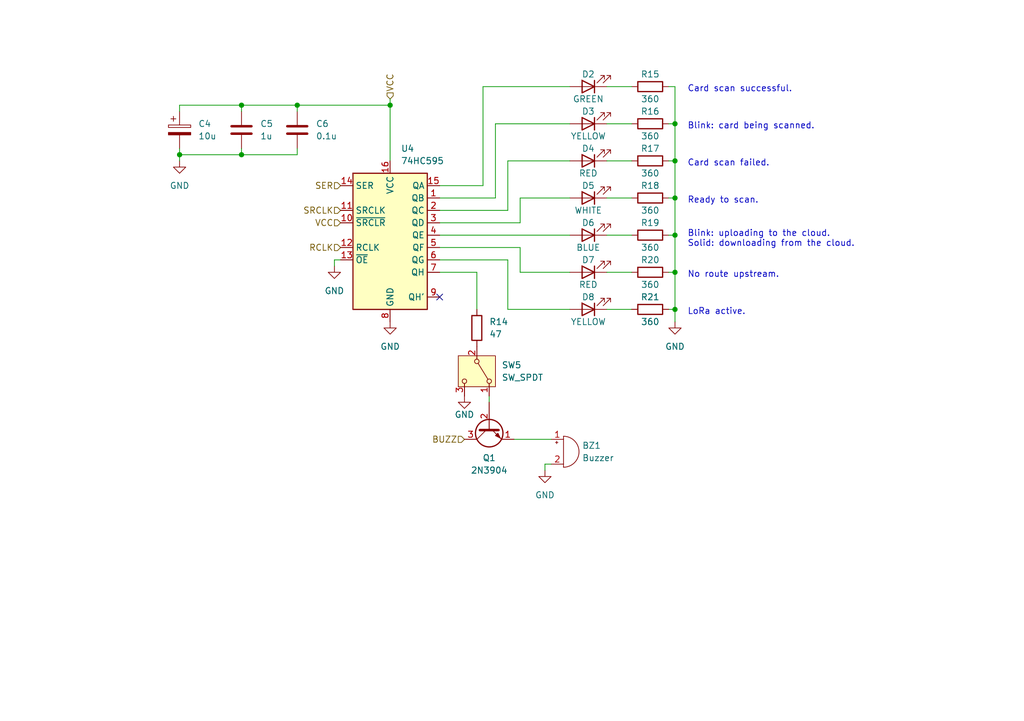
<source format=kicad_sch>
(kicad_sch (version 20230121) (generator eeschema)
  (paper "A5")
  (title_block (title "Status Block") (date "2024-02-15") (rev "1") (company "shawnd.xyz") (comment 2 "the shift register.") (comment 3 "buzzer has both a hardware killswitch as well as a software disable in the form of QH of") (comment 4 "The status block is responsible for controlling the status LEDs and buzzer. Note that the"))
  (lib_symbols
    (symbol "74xx:74HC595"
      (property "Reference" "U" (at -7.62 13.97 0))
      (property "Value" "74HC595" (at -7.62 -16.51 0))
      (symbol "74HC595_1_0"
        (pin tri_state line (at 10.16 7.62 180) (length 2.54) (name "QB") (number "1"))
        (pin input line (at -10.16 2.54 0) (length 2.54) (name "~{SRCLR}") (number "10"))
        (pin input line (at -10.16 5.08 0) (length 2.54) (name "SRCLK") (number "11"))
        (pin input line (at -10.16 -2.54 0) (length 2.54) (name "RCLK") (number "12"))
        (pin input line (at -10.16 -5.08 0) (length 2.54) (name "~{OE}") (number "13"))
        (pin input line (at -10.16 10.16 0) (length 2.54) (name "SER") (number "14"))
        (pin tri_state line (at 10.16 10.16 180) (length 2.54) (name "QA") (number "15"))
        (pin power_in line (at 0 15.24 270) (length 2.54) (name "VCC") (number "16"))
        (pin tri_state line (at 10.16 5.08 180) (length 2.54) (name "QC") (number "2"))
        (pin tri_state line (at 10.16 2.54 180) (length 2.54) (name "QD") (number "3"))
        (pin tri_state line (at 10.16 0 180) (length 2.54) (name "QE") (number "4"))
        (pin tri_state line (at 10.16 -2.54 180) (length 2.54) (name "QF") (number "5"))
        (pin tri_state line (at 10.16 -5.08 180) (length 2.54) (name "QG") (number "6"))
        (pin tri_state line (at 10.16 -7.62 180) (length 2.54) (name "QH") (number "7"))
        (pin power_in line (at 0 -17.78 90) (length 2.54) (name "GND") (number "8"))
        (pin output line (at 10.16 -12.7 180) (length 2.54) (name "QH'") (number "9"))
      )
      (symbol "74HC595_1_1"
        (rectangle (start -7.62 12.7) (end 7.62 -15.24) (stroke (width 0.254)) (fill (type background)))
      )
    )
    (symbol "Device:Buzzer" (pin_names (offset 0.0254) hide)
      (property "Reference" "BZ" (at 3.81 1.27 0))
      (property "Value" "Buzzer" (at 3.81 -1.27 0))
      (symbol "Buzzer_0_1"
        (arc (start 0 -3.175) (mid 3.1612 0) (end 0 3.175))
        (polyline (pts (xy -1.651 1.905) (xy -1.143 1.905)))
        (polyline (pts (xy -1.397 2.159) (xy -1.397 1.651)))
        (polyline (pts (xy 0 3.175) (xy 0 -3.175)))
      )
      (symbol "Buzzer_1_1"
        (pin passive line (at -2.54 2.54 0) (length 2.54) (name "+") (number "1"))
        (pin passive line (at -2.54 -2.54 0) (length 2.54) (name "-") (number "2"))
      )
    )
    (symbol "Device:C" (pin_numbers hide) (pin_names (offset 0.254))
      (property "Reference" "C" (at 0.635 2.54 0))
      (property "Value" "C" (at 0.635 -2.54 0))
      (symbol "C_0_1"
        (polyline (pts (xy -2.032 -0.762) (xy 2.032 -0.762)) (stroke (width 0.508)))
        (polyline (pts (xy -2.032 0.762) (xy 2.032 0.762)) (stroke (width 0.508)))
      )
      (symbol "C_1_1"
        (pin passive line (at 0 3.81 270) (length 2.794) (name "~") (number "1"))
        (pin passive line (at 0 -3.81 90) (length 2.794) (name "~") (number "2"))
      )
    )
    (symbol "Device:C_Polarized" (pin_numbers hide) (pin_names (offset 0.254))
      (property "Reference" "C" (at 0.635 2.54 0))
      (property "Value" "C_Polarized" (at 0.635 -2.54 0))
      (symbol "C_Polarized_0_1"
        (rectangle (start -2.286 0.508) (end 2.286 1.016))
        (polyline (pts (xy -1.778 2.286) (xy -0.762 2.286)))
        (polyline (pts (xy -1.27 2.794) (xy -1.27 1.778)))
        (rectangle (start 2.286 -0.508) (end -2.286 -1.016) (fill (type outline)))
      )
      (symbol "C_Polarized_1_1"
        (pin passive line (at 0 3.81 270) (length 2.794) (name "~") (number "1"))
        (pin passive line (at 0 -3.81 90) (length 2.794) (name "~") (number "2"))
      )
    )
    (symbol "Device:LED" (pin_numbers hide) (pin_names (offset 1.016) hide)
      (property "Reference" "D" (at 0 2.54 0))
      (property "Value" "LED" (at 0 -2.54 0))
      (symbol "LED_0_1"
        (polyline (pts (xy -1.27 -1.27) (xy -1.27 1.27)) (stroke (width 0.254)))
        (polyline (pts (xy -1.27 0) (xy 1.27 0)))
        (polyline (pts (xy 1.27 -1.27) (xy 1.27 1.27) (xy -1.27 0) (xy 1.27 -1.27)) (stroke (width 0.254)))
        (polyline (pts (xy -3.048 -0.762) (xy -4.572 -2.286) (xy -3.81 -2.286) (xy -4.572 -2.286) (xy -4.572 -1.524)))
        (polyline (pts (xy -1.778 -0.762) (xy -3.302 -2.286) (xy -2.54 -2.286) (xy -3.302 -2.286) (xy -3.302 -1.524)))
      )
      (symbol "LED_1_1"
        (pin passive line (at -3.81 0 0) (length 2.54) (name "K") (number "1"))
        (pin passive line (at 3.81 0 180) (length 2.54) (name "A") (number "2"))
      )
    )
    (symbol "Device:R" (pin_numbers hide) (pin_names (offset 0))
      (property "Reference" "R" (at 2.032 0 90))
      (property "Value" "R" (at 0 0 90))
      (symbol "R_0_1"
        (rectangle (start -1.016 -2.54) (end 1.016 2.54) (stroke (width 0.254)))
      )
      (symbol "R_1_1"
        (pin passive line (at 0 3.81 270) (length 1.27) (name "~") (number "1"))
        (pin passive line (at 0 -3.81 90) (length 1.27) (name "~") (number "2"))
      )
    )
    (symbol "Switch:SW_SPDT" (pin_names (offset 0) hide)
      (property "Reference" "SW" (at 0 5.08 0))
      (property "Value" "SW_SPDT" (at 0 -5.08 0))
      (symbol "SW_SPDT_0_1"
        (circle (center -2.032 0) (radius 0.4572))
        (polyline (pts (xy -1.651 0.254) (xy 1.651 2.286)))
        (circle (center 2.032 -2.54) (radius 0.4572))
        (circle (center 2.032 2.54) (radius 0.4572))
      )
      (symbol "SW_SPDT_1_1"
        (rectangle (start -3.175 3.81) (end 3.175 -3.81) (fill (type background)))
        (pin passive line (at 5.08 2.54 180) (length 2.54) (name "A") (number "1"))
        (pin passive line (at -5.08 0 0) (length 2.54) (name "B") (number "2"))
        (pin passive line (at 5.08 -2.54 180) (length 2.54) (name "C") (number "3"))
      )
    )
    (symbol "Transistor_BJT:2N3904" (pin_names (offset 0) hide)
      (property "Reference" "Q" (at 5.08 1.905 0))
      (property "Value" "2N3904" (at 5.08 0 0))
      (symbol "2N3904_0_1"
        (polyline (pts (xy 0.635 0.635) (xy 2.54 2.54)))
        (polyline (pts (xy 0.635 -0.635) (xy 2.54 -2.54) (xy 2.54 -2.54)))
        (polyline (pts (xy 0.635 1.905) (xy 0.635 -1.905) (xy 0.635 -1.905)) (stroke (width 0.508)))
        (polyline (pts (xy 1.27 -1.778) (xy 1.778 -1.27) (xy 2.286 -2.286) (xy 1.27 -1.778) (xy 1.27 -1.778)) (fill (type outline)))
        (circle (center 1.27 0) (radius 2.8194) (stroke (width 0.254)))
      )
      (symbol "2N3904_1_1"
        (pin passive line (at 2.54 -5.08 90) (length 2.54) (name "E") (number "1"))
        (pin passive line (at -5.08 0 0) (length 5.715) (name "B") (number "2"))
        (pin passive line (at 2.54 5.08 270) (length 2.54) (name "C") (number "3"))
      )
    )
    (symbol "power:GND" (power) (pin_names (offset 0))
      (property "Value" "GND" (at 0 -3.81 0))
      (symbol "GND_0_1"
        (polyline (pts (xy 0 0) (xy 0 -1.27) (xy 1.27 -1.27) (xy 0 -2.54) (xy -1.27 -1.27) (xy 0 -1.27)))
      )
      (symbol "GND_1_1"
        (pin power_in line (at 0 0 270) (length 0) hide (name "GND") (number "1"))
      )
    )
  )
  (junction (at 49.53 31.75))
  (junction (at 138.43 63.5))
  (junction (at 138.43 55.88))
  (junction (at 36.83 31.75))
  (junction (at 138.43 48.26))
  (junction (at 80.01 21.59))
  (junction (at 49.53 21.59))
  (junction (at 138.43 40.64))
  (junction (at 138.43 25.4))
  (junction (at 60.96 21.59))
  (junction (at 138.43 33.02))
  (no_connect (at 90.17 60.96))
  (wire (pts (xy 80.01 21.59) (xy 60.96 21.59)))
  (wire (pts (xy 116.84 63.5) (xy 104.14 63.5)))
  (wire (pts (xy 36.83 33.02) (xy 36.83 31.75)))
  (wire (pts (xy 124.46 63.5) (xy 129.54 63.5)))
  (wire (pts (xy 124.46 40.64) (xy 129.54 40.64)))
  (wire (pts (xy 138.43 33.02) (xy 138.43 40.64)))
  (wire (pts (xy 90.17 38.1) (xy 99.06 38.1)))
  (wire (pts (xy 138.43 55.88) (xy 138.43 63.5)))
  (wire (pts (xy 104.14 53.34) (xy 90.17 53.34)))
  (wire (pts (xy 138.43 25.4) (xy 138.43 33.02)))
  (wire (pts (xy 137.16 55.88) (xy 138.43 55.88)))
  (wire (pts (xy 90.17 48.26) (xy 116.84 48.26)))
  (wire (pts (xy 113.03 90.17) (xy 105.41 90.17)))
  (wire (pts (xy 138.43 63.5) (xy 138.43 66.04)))
  (wire (pts (xy 137.16 63.5) (xy 138.43 63.5)))
  (wire (pts (xy 60.96 31.75) (xy 60.96 30.48)))
  (wire (pts (xy 100.33 81.28) (xy 100.33 82.55)))
  (wire (pts (xy 137.16 33.02) (xy 138.43 33.02)))
  (wire (pts (xy 49.53 21.59) (xy 49.53 22.86)))
  (wire (pts (xy 60.96 21.59) (xy 49.53 21.59)))
  (wire (pts (xy 138.43 48.26) (xy 138.43 55.88)))
  (wire (pts (xy 111.76 95.25) (xy 111.76 96.52)))
  (wire (pts (xy 90.17 40.64) (xy 101.6 40.64)))
  (wire (pts (xy 116.84 55.88) (xy 106.68 55.88)))
  (wire (pts (xy 99.06 38.1) (xy 99.06 17.78)))
  (wire (pts (xy 80.01 20.32) (xy 80.01 21.59)))
  (wire (pts (xy 104.14 33.02) (xy 104.14 43.18)))
  (wire (pts (xy 60.96 21.59) (xy 60.96 22.86)))
  (wire (pts (xy 137.16 25.4) (xy 138.43 25.4)))
  (wire (pts (xy 80.01 21.59) (xy 80.01 33.02)))
  (wire (pts (xy 97.79 55.88) (xy 90.17 55.88)))
  (wire (pts (xy 36.83 30.48) (xy 36.83 31.75)))
  (wire (pts (xy 106.68 45.72) (xy 90.17 45.72)))
  (wire (pts (xy 106.68 40.64) (xy 106.68 45.72)))
  (wire (pts (xy 101.6 40.64) (xy 101.6 25.4)))
  (wire (pts (xy 104.14 63.5) (xy 104.14 53.34)))
  (wire (pts (xy 68.58 54.61) (xy 68.58 53.34)))
  (wire (pts (xy 49.53 31.75) (xy 60.96 31.75)))
  (wire (pts (xy 36.83 31.75) (xy 49.53 31.75)))
  (wire (pts (xy 106.68 50.8) (xy 90.17 50.8)))
  (wire (pts (xy 124.46 33.02) (xy 129.54 33.02)))
  (wire (pts (xy 106.68 40.64) (xy 116.84 40.64)))
  (wire (pts (xy 113.03 95.25) (xy 111.76 95.25)))
  (wire (pts (xy 137.16 40.64) (xy 138.43 40.64)))
  (wire (pts (xy 68.58 53.34) (xy 69.85 53.34)))
  (wire (pts (xy 124.46 48.26) (xy 129.54 48.26)))
  (wire (pts (xy 49.53 31.75) (xy 49.53 30.48)))
  (wire (pts (xy 124.46 55.88) (xy 129.54 55.88)))
  (wire (pts (xy 106.68 55.88) (xy 106.68 50.8)))
  (wire (pts (xy 36.83 21.59) (xy 49.53 21.59)))
  (wire (pts (xy 36.83 22.86) (xy 36.83 21.59)))
  (wire (pts (xy 124.46 17.78) (xy 129.54 17.78)))
  (wire (pts (xy 97.79 55.88) (xy 97.79 63.5)))
  (wire (pts (xy 138.43 17.78) (xy 138.43 25.4)))
  (wire (pts (xy 124.46 25.4) (xy 129.54 25.4)))
  (wire (pts (xy 104.14 33.02) (xy 116.84 33.02)))
  (wire (pts (xy 138.43 40.64) (xy 138.43 48.26)))
  (wire (pts (xy 101.6 25.4) (xy 116.84 25.4)))
  (wire (pts (xy 104.14 43.18) (xy 90.17 43.18)))
  (wire (pts (xy 99.06 17.78) (xy 116.84 17.78)))
  (wire (pts (xy 137.16 48.26) (xy 138.43 48.26)))
  (wire (pts (xy 137.16 17.78) (xy 138.43 17.78)))
  (text "LoRa active." (at 140.97 64.77 0) (effects (font (size 1.27 1.27)) (justify left bottom)))
  (text "Blink: card being scanned." (at 140.97 26.67 0) (effects (font (size 1.27 1.27)) (justify left bottom)))
  (text "No route upstream." (at 140.97 57.15 0) (effects (font (size 1.27 1.27)) (justify left bottom)))
  (text "Card scan successful." (at 140.97 19.05 0) (effects (font (size 1.27 1.27)) (justify left bottom)))
  (text "Blink: uploading to the cloud.\nSolid: downloading from the cloud." (at 140.97 50.8 0) (effects (font (size 1.27 1.27)) (justify left bottom)))
  (text "Card scan failed." (at 140.97 34.29 0) (effects (font (size 1.27 1.27)) (justify left bottom)))
  (text "Ready to scan." (at 140.97 41.91 0) (effects (font (size 1.27 1.27)) (justify left bottom)))
  (hierarchical_label "VCC" (shape input) (at 80.01 20.32 90))
  (hierarchical_label "BUZZ" (shape input) (at 95.25 90.17 180))
  (hierarchical_label "VCC" (shape input) (at 69.85 45.72 180))
  (hierarchical_label "RCLK" (shape input) (at 69.85 50.8 180))
  (hierarchical_label "SER" (shape input) (at 69.85 38.1 180))
  (hierarchical_label "SRCLK" (shape input) (at 69.85 43.18 180))
  (symbol (lib_id "Device:R") (at 133.35 25.4 90) (unit 1)
    (property "Reference" "R16" (at 133.35 22.86 90))
    (property "Value" "360" (at 133.35 27.94 90))
  )
  (symbol (lib_id "Device:LED") (at 120.65 63.5 180) (unit 1)
    (property "Reference" "D8" (at 120.65 60.96 0))
    (property "Value" "YELLOW" (at 120.65 66.04 0))
  )
  (symbol (lib_id "power:GND") (at 111.76 96.52 0) (unit 1)
    (property "Reference" "#PWR015" (effects hide))
    (property "Value" "GND" (at 111.76 101.6 0))
  )
  (symbol (lib_id "power:GND") (at 36.83 33.02 0) (unit 1)
    (property "Reference" "#PWR010" (effects hide))
    (property "Value" "GND" (at 36.83 38.1 0))
  )
  (symbol (lib_id "Device:LED") (at 120.65 48.26 180) (unit 1)
    (property "Reference" "D6" (at 120.65 45.72 0))
    (property "Value" "BLUE" (at 120.65 50.8 0))
  )
  (symbol (lib_id "Device:R") (at 133.35 17.78 90) (unit 1)
    (property "Reference" "R15" (at 133.35 15.24 90))
    (property "Value" "360" (at 133.35 20.32 90))
  )
  (symbol (lib_id "power:GND") (at 80.01 66.04 0) (unit 1)
    (property "Reference" "#PWR013" (effects hide))
    (property "Value" "GND" (at 80.01 71.12 0))
  )
  (symbol (lib_id "74xx:74HC595") (at 80.01 48.26 0) (unit 1)
    (property "Reference" "U4" (at 82.2041 30.48 0) (effects (justify left)))
    (property "Value" "74HC595" (at 82.2041 33.02 0) (effects (justify left)))
    (property "Datasheet" "http://www.ti.com/lit/ds/symlink/sn74hc595.pdf" (effects hide))
  )
  (symbol (lib_id "Device:R") (at 133.35 55.88 90) (unit 1)
    (property "Reference" "R20" (at 133.35 53.34 90))
    (property "Value" "360" (at 133.35 58.42 90))
  )
  (symbol (lib_id "power:GND") (at 138.43 66.04 0) (unit 1)
    (property "Reference" "#PWR016" (effects hide))
    (property "Value" "GND" (at 138.43 71.12 0))
  )
  (symbol (lib_id "Device:LED") (at 120.65 55.88 180) (unit 1)
    (property "Reference" "D7" (at 120.65 53.34 0))
    (property "Value" "RED" (at 120.65 58.42 0))
  )
  (symbol (lib_id "Device:C") (at 60.96 26.67 0) (unit 1)
    (property "Reference" "C6" (at 64.77 25.4 0) (effects (justify left)))
    (property "Value" "0.1u" (at 64.77 27.94 0) (effects (justify left)))
  )
  (symbol (lib_id "power:GND") (at 95.25 81.28 0) (unit 1)
    (property "Reference" "#PWR012" (effects hide))
    (property "Value" "GND" (at 95.25 85.09 0))
  )
  (symbol (lib_id "Transistor_BJT:2N3904") (at 100.33 87.63 90) (mirror x) (unit 1)
    (property "Reference" "Q1" (at 100.33 93.98 90))
    (property "Value" "2N3904" (at 100.33 96.52 90))
    (property "Footprint" "Package_TO_SOT_THT:TO-92_Inline" (effects hide))
    (property "Datasheet" "https://www.onsemi.com/pub/Collateral/2N3903-D.PDF" (effects hide))
  )
  (symbol (lib_id "Device:LED") (at 120.65 25.4 180) (unit 1)
    (property "Reference" "D3" (at 120.65 22.86 0))
    (property "Value" "YELLOW" (at 120.65 27.94 0))
  )
  (symbol (lib_id "Device:C_Polarized") (at 36.83 26.67 0) (unit 1)
    (property "Reference" "C4" (at 40.64 25.4 0) (effects (justify left)))
    (property "Value" "10u" (at 40.64 27.94 0) (effects (justify left)))
  )
  (symbol (lib_id "Device:LED") (at 120.65 17.78 180) (unit 1)
    (property "Reference" "D2" (at 120.65 15.24 0))
    (property "Value" "GREEN" (at 120.65 20.32 0))
  )
  (symbol (lib_id "Device:C") (at 49.53 26.67 0) (unit 1)
    (property "Reference" "C5" (at 53.34 25.4 0) (effects (justify left)))
    (property "Value" "1u" (at 53.34 27.94 0) (effects (justify left)))
  )
  (symbol (lib_id "Device:R") (at 133.35 33.02 90) (unit 1)
    (property "Reference" "R17" (at 133.35 30.48 90))
    (property "Value" "360" (at 133.35 35.56 90))
  )
  (symbol (lib_id "Device:LED") (at 120.65 40.64 180) (unit 1)
    (property "Reference" "D5" (at 120.65 38.1 0))
    (property "Value" "WHITE" (at 120.65 43.18 0))
  )
  (symbol (lib_id "Device:Buzzer") (at 115.57 92.71 0) (unit 1)
    (property "Reference" "BZ1" (at 119.38 91.44 0) (effects (justify left)))
    (property "Value" "Buzzer" (at 119.38 93.98 0) (effects (justify left)))
  )
  (symbol (lib_id "power:GND") (at 68.58 54.61 0) (unit 1)
    (property "Reference" "#PWR011" (effects hide))
    (property "Value" "GND" (at 68.58 59.69 0))
  )
  (symbol (lib_id "Device:R") (at 133.35 63.5 90) (unit 1)
    (property "Reference" "R21" (at 133.35 60.96 90))
    (property "Value" "360" (at 133.35 66.04 90))
  )
  (symbol (lib_id "Device:LED") (at 120.65 33.02 180) (unit 1)
    (property "Reference" "D4" (at 120.65 30.48 0))
    (property "Value" "RED" (at 120.65 35.56 0))
  )
  (symbol (lib_id "Device:R") (at 133.35 48.26 90) (unit 1)
    (property "Reference" "R19" (at 133.35 45.72 90))
    (property "Value" "360" (at 133.35 50.8 90))
  )
  (symbol (lib_id "Device:R") (at 97.79 67.31 0) (unit 1)
    (property "Reference" "R14" (at 100.33 66.04 0) (effects (justify left)))
    (property "Value" "47" (at 100.33 68.58 0) (effects (justify left)))
  )
  (symbol (lib_id "Switch:SW_SPDT") (at 97.79 76.2 270) (unit 1)
    (property "Reference" "SW5" (at 102.87 74.93 90) (effects (justify left)))
    (property "Value" "SW_SPDT" (at 102.87 77.47 90) (effects (justify left)))
  )
  (symbol (lib_id "Device:R") (at 133.35 40.64 90) (unit 1)
    (property "Reference" "R18" (at 133.35 38.1 90))
    (property "Value" "360" (at 133.35 43.18 90))
  )
)
</source>
